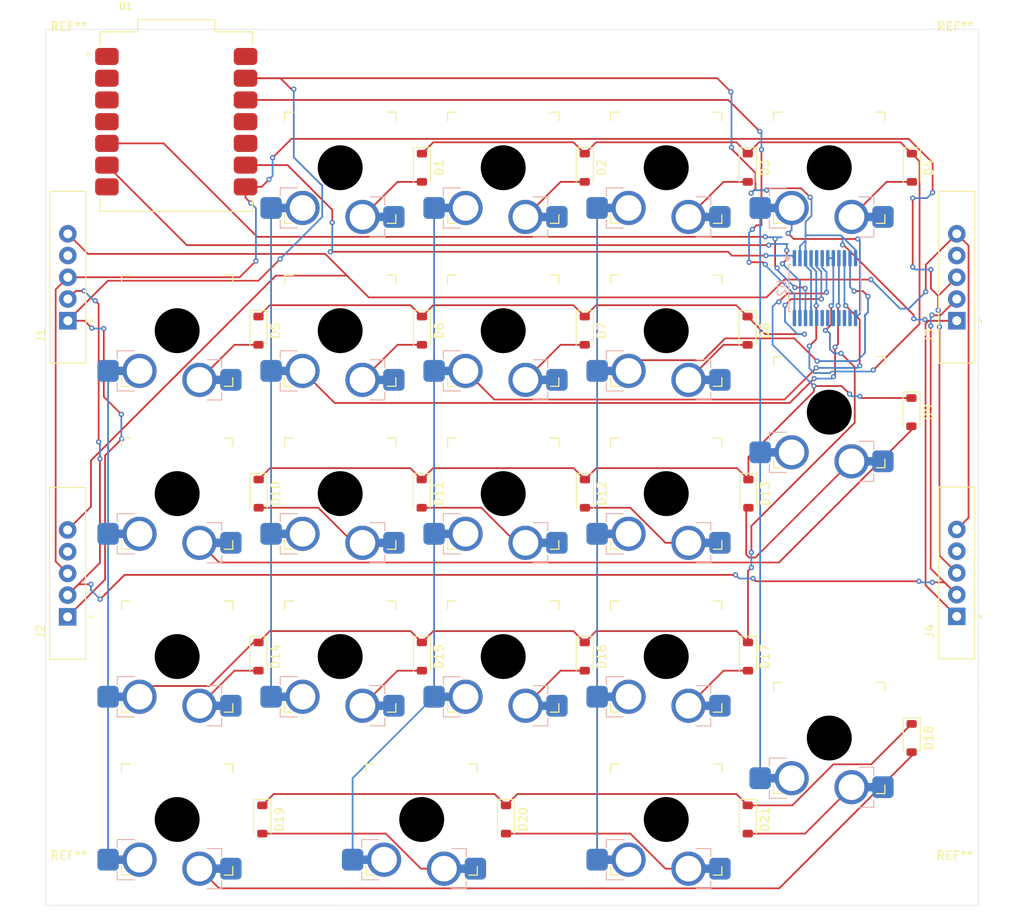
<source format=kicad_pcb>
(kicad_pcb (version 20241229) (generator "pcbnew") (generator_version "9.0")
  (layers (0 "F.Cu" signal) (2 "B.Cu" signal) (13 "F.Paste" user) (15 "B.Paste" user) (5 "F.SilkS" user "F.Silkscreen") (7 "B.SilkS" user "B.Silkscreen") (1 "F.Mask" user) (3 "B.Mask" user) (25 "Edge.Cuts" user))
  (net 0 "")
  (net 1 "Key_Row1")
  (net 2 "Net-(D1-A)")
  (net 3 "Net-(D2-A)")
  (net 4 "Net-(D3-A)")
  (net 5 "Net-(D4-A)")
  (net 6 "Net-(D5-A)")
  (net 7 "Key_Row2")
  (net 8 "Net-(D6-A)")
  (net 9 "Net-(D7-A)")
  (net 10 "Net-(D8-A)")
  (net 11 "Key_Row3")
  (net 12 "Net-(D9-A)")
  (net 13 "Net-(D10-A)")
  (net 14 "Net-(D11-A)")
  (net 15 "Net-(D12-A)")
  (net 16 "Net-(D13-A)")
  (net 17 "Key_Col1")
  (net 18 "Net-(D14-A)")
  (net 19 "Net-(D15-A)")
  (net 20 "Net-(D16-A)")
  (net 21 "Net-(D17-A)")
  (net 22 "Key_Row5")
  (net 23 "Net-(D18-A)")
  (net 24 "Net-(D19-A)")
  (net 25 "Net-(D20-A)")
  (net 26 "Net-(D21-A)")
  (net 27 "Net-(J1-Pad4)")
  (net 28 "TK")
  (net 29 "+5V")
  (net 30 "RX")
  (net 31 "GND")
  (net 32 "Net-(J2-Pad4)")
  (net 33 "3V")
  (net 34 "Key_Col2")
  (net 35 "Key_Col3")
  (net 36 "Key_Col4")
  (net 37 "Key_Col5")
  (net 38 "SDA")
  (net 44 "TX")
  (net 45 "5V")
  (net 46 "MCP_INT")
  (net 48 "SCL")
  (net 56 "Net-(J3-Pad4)")
  (net 57 "Net-(J4-Pad4)")
  (footprint "MountingHole:MountingHole_2.1mm" (layer "F.Cu") (at 127.625 27.35)
    (property "Reference" "REF**")
    (property "Value" "MountingHole_2.1mm")
  )
  (footprint "Diode_SMD:D_SOD-123" (layer "F.Cu") (at 84.325 97.95 -90)
    (property "Reference" "D16")
    (property "Value" "D")
  )
  (footprint "Diode_SMD:D_SOD-123" (layer "F.Cu") (at 46.2 59.85 -90)
    (property "Reference" "D5")
    (property "Value" "D")
  )
  (footprint "Diode_SMD:D_SOD-123" (layer "F.Cu") (at 103.45 78.9 -90)
    (property "Reference" "D13")
    (property "Value" "D")
  )
  (footprint "Diode_SMD:D_SOD-123" (layer "F.Cu") (at 46.225 78.9 -90)
    (property "Reference" "D10")
    (property "Value" "D")
  )
  (footprint "Diode_SMD:D_SOD-123" (layer "F.Cu") (at 103.4 97.95 -90)
    (property "Reference" "D17")
    (property "Value" "D")
  )
  (footprint "Diode_SMD:D_SOD-123" (layer "F.Cu") (at 84.325 59.85 -90)
    (property "Reference" "D7")
    (property "Value" "D")
  )
  (footprint "Diode_SMD:D_SOD-123" (layer "F.Cu") (at 103.375 117 -90)
    (property "Reference" "D21")
    (property "Value" "D")
  )
  (footprint "Switches_keyboard:SW_Gateron_LowProfile_HotSwap_PTH" (layer "F.Cu") (at 36.7 78.9)
    (property "Reference" "SW10" (hide yes))
    (property "Value" "SW_Push" (hide yes))
  )
  (footprint "102010428 (1):MODULE_102010428" (layer "F.Cu") (at 36.5895 35.412)
    (property "Reference" "U1")
    (property "Value" "XIAO-RP2040-SMD")
  )
  (footprint "Diode_SMD:D_SOD-123" (layer "F.Cu") (at 122.55 40.8 -90)
    (property "Reference" "D4")
    (property "Value" "D")
  )
  (footprint "MountingHole:MountingHole_2.1mm" (layer "F.Cu") (at 24.05 27.35)
    (property "Reference" "REF**")
    (property "Value" "MountingHole_2.1mm")
  )
  (footprint "5413:ADAFRUIT_5413" (layer "F.Cu") (at 23.9 88.23 90)
    (property "Reference" "J2")
    (property "Value" "5413")
  )
  (footprint "MountingHole:MountingHole_2.1mm" (layer "F.Cu") (at 24.05 124.275)
    (property "Reference" "REF**")
    (property "Value" "MountingHole_2.1mm")
  )
  (footprint "MountingHole:MountingHole_2.1mm" (layer "F.Cu") (at 127.575 124.275)
    (property "Reference" "REF**")
    (property "Value" "MountingHole_2.1mm")
  )
  (footprint "Diode_SMD:D_SOD-123" (layer "F.Cu") (at 84.35 78.9 -90)
    (property "Reference" "D12")
    (property "Value" "D")
  )
  (footprint "Switches_keyboard:SW_Gateron_LowProfile_HotSwap_PTH" (layer "F.Cu") (at 55.75 59.85)
    (property "Reference" "SW6" (hide yes))
    (property "Value" "SW_Push" (hide yes))
  )
  (footprint "Switches_keyboard:SW_Gateron_LowProfile_HotSwap_PTH" (layer "F.Cu") (at 93.85 97.95)
    (property "Reference" "SW17" (hide yes))
    (property "Value" "SW_Push" (hide yes))
  )
  (footprint "Diode_SMD:D_SOD-123" (layer "F.Cu") (at 84.325 40.8 -90)
    (property "Reference" "D2")
    (property "Value" "D")
  )
  (footprint "Switches_keyboard:SW_Gateron_LowProfile_HotSwap_PTH" (layer "F.Cu") (at 55.75 78.9)
    (property "Reference" "SW11" (hide yes))
    (property "Value" "SW_Push" (hide yes))
  )
  (footprint "Switches_keyboard:SW_Gateron_LowProfile_HotSwap_PTH" (layer "F.Cu") (at 74.8 40.8)
    (property "Reference" "SW2" (hide yes))
    (property "Value" "SW_Push" (hide yes))
  )
  (footprint "Switches_keyboard:SW_Gateron_LowProfile_HotSwap_PTH" (layer "F.Cu") (at 74.8 78.9)
    (property "Reference" "SW12" (hide yes))
    (property "Value" "SW_Push" (hide yes))
  )
  (footprint "Switches_keyboard:SW_Gateron_LowProfile_HotSwap_PTH" (layer "F.Cu") (at 93.85 59.85)
    (property "Reference" "SW8" (hide yes))
    (property "Value" "SW_Push" (hide yes))
  )
  (footprint "Diode_SMD:D_SOD-123" (layer "F.Cu") (at 103.35 59.85 -90)
    (property "Reference" "D8")
    (property "Value" "D")
  )
  (footprint "Diode_SMD:D_SOD-123" (layer "F.Cu") (at 46.2 97.95 -90)
    (property "Reference" "D14")
    (property "Value" "D")
  )
  (footprint "5413:ADAFRUIT_5413" (layer "F.Cu") (at 23.925 53.605 90)
    (property "Reference" "J1")
    (property "Value" "5413")
  )
  (footprint "Switches_keyboard:SW_Gateron_LowProfile_HotSwap_PTH" (layer "F.Cu") (at 93.85 117)
    (property "Reference" "SW21" (hide yes))
    (property "Value" "SW_Push" (hide yes))
  )
  (footprint "Diode_SMD:D_SOD-123" (layer "F.Cu") (at 122.5 69.375 -90)
    (property "Reference" "D9")
    (property "Value" "D")
  )
  (footprint "Diode_SMD:D_SOD-123" (layer "F.Cu") (at 75.125 117 -90)
    (property "Reference" "D20")
    (property "Value" "D")
  )
  (footprint "Switches_keyboard:SW_Gateron_LowProfile_HotSwap_PTH" (layer "F.Cu") (at 93.85 40.8)
    (property "Reference" "SW3" (hide yes))
    (property "Value" "SW_Push" (hide yes))
  )
  (footprint "Diode_SMD:D_SOD-123" (layer "F.Cu") (at 46.65 117 -90)
    (property "Reference" "D19")
    (property "Value" "D")
  )
  (footprint "5413:ADAFRUIT_5413" (layer "F.Cu") (at 127.8 53.605 90)
    (property "Reference" "J3")
    (property "Value" "5413")
  )
  (footprint "Diode_SMD:D_SOD-123" (layer "F.Cu") (at 122.525 107.475 -90)
    (property "Reference" "D18")
    (property "Value" "D")
  )
  (footprint "Diode_SMD:D_SOD-123" (layer "F.Cu") (at 65.3 59.85 -90)
    (property "Reference" "D6")
    (property "Value" "D")
  )
  (footprint "Diode_SMD:D_SOD-123" (layer "F.Cu") (at 65.275 78.9 -90)
    (property "Reference" "D11")
    (property "Value" "D")
  )
  (footprint "5413:ADAFRUIT_5413" (layer "F.Cu") (at 127.8 88.175 90)
    (property "Reference" "J4")
    (property "Value" "5413")
  )
  (footprint "Switches_keyboard:SW_Gateron_LowProfile_HotSwap_PTH" (layer "F.Cu") (at 112.9 69.375)
    (property "Reference" "SW9" (hide yes))
    (property "Value" "SW_Push" (hide yes))
  )
  (footprint "Switches_keyboard:SW_Gateron_LowProfile_HotSwap_PTH" (layer "F.Cu") (at 112.9 107.475)
    (property "Reference" "SW18" (hide yes))
    (property "Value" "SW_Push" (hide yes))
  )
  (footprint "Switches_keyboard:SW_Gateron_LowProfile_HotSwap_PTH" (layer "F.Cu") (at 112.9 40.8)
    (property "Reference" "SW4" (hide yes))
    (property "Value" "SW_Push" (hide yes))
  )
  (footprint "Switches_keyboard:SW_Gateron_LowProfile_HotSwap_PTH" (layer "F.Cu") (at 36.7 59.85)
    (property "Reference" "SW5" (hide yes))
    (property "Value" "SW_Push" (hide yes))
  )
  (footprint "Switches_keyboard:SW_Gateron_LowProfile_HotSwap_PTH" (layer "F.Cu") (at 74.8 97.95)
    (property "Reference" "SW16" (hide yes))
    (property "Value" "SW_Push" (hide yes))
  )
  (footprint "Switches_keyboard:SW_Gateron_LowProfile_HotSwap_PTH" (layer "F.Cu") (at 36.7 117)
    (property "Reference" "SW19" (hide yes))
    (property "Value" "SW_Push" (hide yes))
  )
  (footprint "Diode_SMD:D_SOD-123" (layer "F.Cu") (at 65.3 40.8 -90)
    (property "Reference" "D1")
    (property "Value" "D")
  )
  (footprint "Diode_SMD:D_SOD-123" (layer "F.Cu") (at 65.3 97.95 -90)
    (property "Reference" "D15")
    (property "Value" "D")
  )
  (footprint "Switches_keyboard:SW_Gateron_LowProfile_HotSwap_PTH" (layer "F.Cu") (at 55.75 40.8)
    (property "Reference" "SW1" (hide yes))
    (property "Value" "SW_Push" (hide yes))
  )
  (footprint "Diode_SMD:D_SOD-123" (layer "F.Cu") (at 103.375 40.8 -90)
    (property "Reference" "D3")
    (property "Value" "D")
  )
  (footprint "Switches_keyboard:SW_Gateron_LowProfile_HotSwap_PTH" (layer "F.Cu") (at 74.8 59.85)
    (property "Reference" "SW7" (hide yes))
    (property "Value" "SW_Push" (hide yes))
  )
  (footprint "Switches_keyboard:SW_Gateron_LowProfile_HotSwap_PTH" (layer "F.Cu") (at 65.275 117)
    (property "Reference" "SW20" (hide yes))
    (property "Value" "SW_Push" (hide yes))
  )
  (footprint "Switches_keyboard:SW_Gateron_LowProfile_HotSwap_PTH" (layer "F.Cu") (at 36.7 97.95)
    (property "Reference" "SW14" (hide yes))
    (property "Value" "SW_Push" (hide yes))
  )
  (footprint "Switches_keyboard:SW_Gateron_LowProfile_HotSwap_PTH" (layer "F.Cu") (at 93.85 78.9)
    (property "Reference" "SW13" (hide yes))
    (property "Value" "SW_Push" (hide yes))
  )
  (footprint "Switches_keyboard:SW_Gateron_LowProfile_HotSwap_PTH" (layer "F.Cu") (at 55.75 97.95)
    (property "Reference" "SW15" (hide yes))
    (property "Value" "SW_Push" (hide yes))
  )
  (footprint "Package_SO:SSOP-24_5.3x8.2mm_P0.65mm" (layer "B.Cu") (at 112.4 54.875 -90)
    (property "Reference" "U2")
    (property "Value" "PCF8575DBR")
  )
  (gr_line (start 130.375 24.6) (end 130.325 127.025) (stroke (width 0.05)) (layer "Edge.Cuts"))
  (gr_line (start 124.675 127.025) (end 25.99998 127.014989) (stroke (width 0.05)) (layer "Edge.Cuts"))
  (gr_line (start 21.3 24.6) (end 21.3 127.014512) (stroke (width 0.05)) (layer "Edge.Cuts"))
  (gr_line (start 130.325 127.025) (end 124.675 127.025) (stroke (width 0.05)) (layer "Edge.Cuts"))
  (gr_line (start 21.3 24.6) (end 124.675 24.6) (stroke (width 0.05)) (layer "Edge.Cuts"))
  (gr_line (start 25.99998 127.014989) (end 21.3 127.014512) (stroke (width 0.05)) (layer "Edge.Cuts"))
  (gr_line (start 130.375 24.6) (end 124.675 24.6) (stroke (width 0.05)) (layer "Edge.Cuts"))
  (segment (start 121.224 37.824) (end 122.55 39.15) (width 0.2) (layer "F.Cu") (net 1))
  (segment (start 84.325 39.15) (end 85.651 37.824) (width 0.2) (layer "F.Cu") (net 1))
  (segment (start 84.325 39.15) (end 82.999 37.824) (width 0.2) (layer "F.Cu") (net 1))
  (segment (start 85.651 37.824) (end 102.049 37.824) (width 0.2) (layer "F.Cu") (net 1))
  (segment (start 123.451 40.051) (end 123.451 59.048996) (width 0.2) (layer "F.Cu") (net 1))
  (segment (start 66.626 37.824) (end 65.3 39.15) (width 0.2) (layer "F.Cu") (net 1))
  (segment (start 123.451 59.048996) (end 118.049263 64.450733) (width 0.2) (layer "F.Cu") (net 1))
  (segment (start 102.049 37.824) (end 103.375 39.15) (width 0.2) (layer "F.Cu") (net 1))
  (segment (start 122.55 39.15) (end 123.451 40.051) (width 0.2) (layer "F.Cu") (net 1))
  (segment (start 103.375 39.15) (end 104.701 37.824) (width 0.2) (layer "F.Cu") (net 1))
  (segment (start 104.701 37.824) (end 121.224 37.824) (width 0.2) (layer "F.Cu") (net 1))
  (segment (start 111.377717 60.847283) (end 110.575 61.65) (width 0.2) (layer "F.Cu") (net 1))
  (segment (start 111.377717 56.925) (end 111.377717 60.847283) (width 0.2) (layer "F.Cu") (net 1))
  (segment (start 82.999 37.824) (end 66.626 37.824) (width 0.2) (layer "F.Cu") (net 1))
  (via (at 118.049263 64.450733) (size 0.6) (drill 0.3) (layers "F.Cu" "B.Cu") (net 1))
  (via (at 111.377717 56.925) (size 0.6) (drill 0.3) (layers "F.Cu" "B.Cu") (net 1))
  (via (at 110.575 61.65) (size 0.6) (drill 0.3) (layers "F.Cu" "B.Cu") (net 1))
  (segment (start 110.775 52.324999) (end 111.377717 52.927716) (width 0.2) (layer "B.Cu") (net 1))
  (segment (start 117.875996 64.624) (end 113.151057 64.624) (width 0.2) (layer "B.Cu") (net 1))
  (segment (start 111.377717 52.927716) (end 111.377717 56.925) (width 0.2) (layer "B.Cu") (net 1))
  (segment (start 110.575 64.249943) (end 110.575 61.65) (width 0.2) (layer "B.Cu") (net 1))
  (segment (start 118.049263 64.450733) (end 117.875996 64.624) (width 0.2) (layer "B.Cu") (net 1))
  (segment (start 113.151057 64.624) (end 112.974057 64.801) (width 0.2) (layer "B.Cu") (net 1))
  (segment (start 110.775 51.375) (end 110.775 52.324999) (width 0.2) (layer "B.Cu") (net 1))
  (segment (start 112.974057 64.801) (end 111.126057 64.801) (width 0.2) (layer "B.Cu") (net 1))
  (segment (start 111.126057 64.801) (end 110.575 64.249943) (width 0.2) (layer "B.Cu") (net 1))
  (segment (start 65.3 42.45) (end 62.45 42.45) (width 0.2) (layer "F.Cu") (net 2))
  (segment (start 62.45 42.45) (end 58.35 46.55) (width 0.2) (layer "F.Cu") (net 2))
  (segment (start 84.325 42.45) (end 81.5 42.45) (width 0.2) (layer "F.Cu") (net 3))
  (segment (start 81.5 42.45) (end 77.4 46.55) (width 0.2) (layer "F.Cu") (net 3))
  (segment (start 100.55 42.45) (end 96.45 46.55) (width 0.2) (layer "F.Cu") (net 4))
  (segment (start 103.375 42.45) (end 100.55 42.45) (width 0.2) (layer "F.Cu") (net 4))
  (segment (start 122.55 42.45) (end 119.6 42.45) (width 0.2) (layer "F.Cu") (net 5))
  (segment (start 119.6 42.45) (end 115.5 46.55) (width 0.2) (layer "F.Cu") (net 5))
  (segment (start 43.4 61.5) (end 39.3 65.6) (width 0.2) (layer "F.Cu") (net 6))
  (segment (start 46.2 61.5) (end 43.4 61.5) (width 0.2) (layer "F.Cu") (net 6))
  (segment (start 66.626 56.874) (end 82.999 56.874) (width 0.2) (layer "F.Cu") (net 7))
  (segment (start 63.974 56.874) (end 65.3 58.2) (width 0.2) (layer "F.Cu") (net 7))
  (segment (start 85.651 56.874) (end 102.024 56.874) (width 0.2) (layer "F.Cu") (net 7))
  (segment (start 82.999 56.874) (end 84.325 58.2) (width 0.2) (layer "F.Cu") (net 7))
  (segment (start 84.325 58.2) (end 85.651 56.874) (width 0.2) (layer "F.Cu") (net 7))
  (segment (start 105.4 60.25) (end 103.35 58.2) (width 0.2) (layer "F.Cu") (net 7))
  (segment (start 65.3 58.2) (end 66.626 56.874) (width 0.2) (layer "F.Cu") (net 7))
  (segment (start 110 60.25) (end 105.4 60.25) (width 0.2) (layer "F.Cu") (net 7))
  (segment (start 108.45 56.15) (end 107.725 56.875) (width 0.2) (layer "F.Cu") (net 7))
  (segment (start 46.2 58.2) (end 47.526 56.874) (width 0.2) (layer "F.Cu") (net 7))
  (segment (start 102.024 56.874) (end 103.35 58.2) (width 0.2) (layer "F.Cu") (net 7))
  (segment (start 111.977717 56.15) (end 108.45 56.15) (width 0.2) (layer "F.Cu") (net 7))
  (segment (start 47.526 56.874) (end 63.974 56.874) (width 0.2) (layer "F.Cu") (net 7))
  (via (at 107.725 56.875) (size 0.6) (drill 0.3) (layers "F.Cu" "B.Cu") (net 7))
  (via (at 111.977717 56.15) (size 0.6) (drill 0.3) (layers "F.Cu" "B.Cu") (net 7))
  (via (at 110 60.25) (size 0.6) (drill 0.3) (layers "F.Cu" "B.Cu") (net 7))
  (segment (start 107.725 56.875) (end 107.725 58.79487) (width 0.2) (layer "B.Cu") (net 7))
  (segment (start 111.425 51.375) (end 111.425 52.407899) (width 0.2) (layer "B.Cu") (net 7))
  (segment (start 111.425 52.407899) (end 111.977717 52.960616) (width 0.2) (layer "B.Cu") (net 7))
  (segment (start 107.725 58.79487) (end 109.18013 60.25) (width 0.2) (layer "B.Cu") (net 7))
  (segment (start 111.977717 52.960616) (end 111.977717 56.15) (width 0.2) (layer "B.Cu") (net 7))
  (segment (start 109.18013 60.25) (end 110 60.25) (width 0.2) (layer "B.Cu") (net 7))
  (segment (start 62.45 61.5) (end 58.35 65.6) (width 0.2) (layer "F.Cu") (net 8))
  (segment (start 65.3 61.5) (end 62.45 61.5) (width 0.2) (layer "F.Cu") (net 8))
  (segment (start 81.5 61.5) (end 77.4 65.6) (width 0.2) (layer "F.Cu") (net 9))
  (segment (start 84.325 61.5) (end 81.5 61.5) (width 0.2) (layer "F.Cu") (net 9))
  (segment (start 103.35 61.5) (end 100.55 61.5) (width 0.2) (layer "F.Cu") (net 10))
  (segment (start 100.55 61.5) (end 96.45 65.6) (width 0.2) (layer "F.Cu") (net 10))
  (segment (start 47.551 75.924) (end 63.949 75.924) (width 0.2) (layer "F.Cu") (net 11))
  (segment (start 111.104455 66.961845) (end 103.45 74.6163) (width 0.2) (layer "F.Cu") (net 11))
  (segment (start 111.104455 66.319075) (end 111.104455 66.961845) (width 0.2) (layer "F.Cu") (net 11))
  (segment (start 85.676 75.924) (end 102.124 75.924) (width 0.2) (layer "F.Cu") (net 11))
  (segment (start 46.225 77.25) (end 47.551 75.924) (width 0.2) (layer "F.Cu") (net 11))
  (segment (start 83.024 75.924) (end 84.35 77.25) (width 0.2) (layer "F.Cu") (net 11))
  (segment (start 103.45 74.6163) (end 103.45 77.25) (width 0.2) (layer "F.Cu") (net 11))
  (segment (start 112.577717 55.375) (end 112.451689 55.501028) (width 0.2) (layer "F.Cu") (net 11))
  (segment (start 112.451689 55.501028) (end 107.983387 55.501028) (width 0.2) (layer "F.Cu") (net 11))
  (segment (start 115.276 67.25) (end 114.345075 66.319075) (width 0.2) (layer "F.Cu") (net 11))
  (segment (start 84.35 77.25) (end 85.676 75.924) (width 0.2) (layer "F.Cu") (net 11))
  (segment (start 107.983387 55.501028) (end 107.000382 56.484033) (width 0.2) (layer "F.Cu") (net 11))
  (segment (start 114.345075 66.319075) (end 111.104455 66.319075) (width 0.2) (layer "F.Cu") (net 11))
  (segment (start 63.949 75.924) (end 65.275 77.25) (width 0.2) (layer "F.Cu") (net 11))
  (segment (start 65.275 77.25) (end 66.601 75.924) (width 0.2) (layer "F.Cu") (net 11))
  (segment (start 66.601 75.924) (end 83.024 75.924) (width 0.2) (layer "F.Cu") (net 11))
  (segment (start 120.475001 67.725) (end 116.676 67.725) (width 0.2) (layer "F.Cu") (net 11))
  (segment (start 116.676 67.725) (end 116.476 67.525) (width 0.2) (layer "F.Cu") (net 11))
  (segment (start 120.475001 67.725) (end 122.5 67.725) (width 0.2) (layer "F.Cu") (net 11))
  (segment (start 102.124 75.924) (end 103.45 77.25) (width 0.2) (layer "F.Cu") (net 11))
  (via (at 107.000382 56.484033) (size 0.6) (drill 0.3) (layers "F.Cu" "B.Cu") (net 11))
  (via (at 112.577717 55.375) (size 0.6) (drill 0.3) (layers "F.Cu" "B.Cu") (net 11))
  (via (at 111.104455 66.319075) (size 0.6) (drill 0.3) (layers "F.Cu" "B.Cu") (net 11))
  (via (at 116.476 67.525) (size 0.6) (drill 0.3) (layers "F.Cu" "B.Cu") (net 11))
  (via (at 115.276 67.25) (size 0.6) (drill 0.3) (layers "F.Cu" "B.Cu") (net 11))
  (segment (start 106.816024 56.484033) (end 106.274735 57.025322) (width 0.2) (layer "B.Cu") (net 11))
  (segment (start 112.075 51.375) (end 112.075 52.490799) (width 0.2) (layer "B.Cu") (net 11))
  (segment (start 106.274735 61.489355) (end 111.104455 66.319075) (width 0.2) (layer "B.Cu") (net 11))
  (segment (start 106.274735 57.025322) (end 106.274735 61.489355) (width 0.2) (layer "B.Cu") (net 11))
  (segment (start 116.476 67.525) (end 115.551 67.525) (width 0.2) (layer "B.Cu") (net 11))
  (segment (start 112.075 52.490799) (end 112.577717 52.993516) (width 0.2) (layer "B.Cu") (net 11))
  (segment (start 112.577717 52.993516) (end 112.577717 55.375) (width 0.2) (layer "B.Cu") (net 11))
  (segment (start 107.000382 56.484033) (end 106.816024 56.484033) (width 0.2) (layer "B.Cu") (net 11))
  (segment (start 115.551 67.525) (end 115.276 67.25) (width 0.2) (layer "B.Cu") (net 11))
  (segment (start 122.5 71.475) (end 107.024 86.951) (width 0.2) (layer "F.Cu") (net 12))
  (segment (start 122.5 71.025) (end 122.5 71.475) (width 0.2) (layer "F.Cu") (net 12))
  (segment (start 107.024 86.951) (end 41.601 86.951) (width 0.2) (layer "F.Cu") (net 12))
  (segment (start 41.601 86.951) (end 39.3 84.65) (width 0.2) (layer "F.Cu") (net 12))
  (segment (start 57.2913 84.65) (end 53.1913 80.55) (width 0.2) (layer "F.Cu") (net 13))
  (segment (start 53.1913 80.55) (end 46.225 80.55) (width 0.2) (layer "F.Cu") (net 13))
  (segment (start 58.35 84.65) (end 57.2913 84.65) (width 0.2) (layer "F.Cu") (net 13))
  (segment (start 72.2413 80.55) (end 65.275 80.55) (width 0.2) (layer "F.Cu") (net 14))
  (segment (start 76.3413 84.65) (end 72.2413 80.55) (width 0.2) (layer "F.Cu") (net 14))
  (segment (start 77.4 84.65) (end 76.3413 84.65) (width 0.2) (layer "F.Cu") (net 14))
  (segment (start 89.654106 80.55) (end 84.35 80.55) (width 0.2) (layer "F.Cu") (net 15))
  (segment (start 96.45 84.65) (end 93.754106 84.65) (width 0.2) (layer "F.Cu") (net 15))
  (segment (start 93.754106 84.65) (end 89.654106 80.55) (width 0.2) (layer "F.Cu") (net 15))
  (segment (start 115.5 75.125) (end 104.249 86.376) (width 0.2) (layer "F.Cu") (net 16))
  (segment (start 103.199 86.023943) (end 103.199 80.801) (width 0.2) (layer "F.Cu") (net 16))
  (segment (start 103.199 80.801) (end 103.45 80.55) (width 0.2) (layer "F.Cu") (net 16))
  (segment (start 104.249 86.376) (end 103.551057 86.376) (width 0.2) (layer "F.Cu") (net 16))
  (segment (start 103.551057 86.376) (end 103.199 86.023943) (width 0.2) (layer "F.Cu") (net 16))
  (segment (start 113.118915 59.156085) (end 112.45 59.825) (width 0.2) (layer "F.Cu") (net 17))
  (segment (start 85.651 94.974) (end 84.325 96.3) (width 0.2) (layer "F.Cu") (net 17))
  (segment (start 66.626 94.974) (end 65.3 96.3) (width 0.2) (layer "F.Cu") (net 17))
  (segment (start 115.876 64.101) (end 114.275 62.5) (width 0.2) (layer "F.Cu") (net 17))
  (segment (start 84.325 96.3) (end 82.999 94.974) (width 0.2) (layer "F.Cu") (net 17))
  (segment (start 103.4 96.3) (end 102.074 94.974) (width 0.2) (layer "F.Cu") (net 17))
  (segment (start 103.4 87.951) (end 103.8 87.551) (width 0.2) (layer "F.Cu") (net 17))
  (segment (start 33.551 101.399) (end 40.501 101.399) (width 0.2) (layer "F.Cu") (net 17))
  (segment (start 65.3 96.3) (end 63.974 94.974) (width 0.2) (layer "F.Cu") (net 17))
  (segment (start 113.118915 56.944699) (end 113.118915 59.156085) (width 0.2) (layer "F.Cu") (net 17))
  (segment (start 32.3 102.65) (end 33.551 101.399) (width 0.2) (layer "F.Cu") (net 17))
  (segment (start 115.876 70.6077) (end 115.876 64.101) (width 0.2) (layer "F.Cu") (net 17))
  (segment (start 103.4 96.3) (end 103.4 87.951) (width 0.2) (layer "F.Cu") (net 17))
  (segment (start 47.526 94.974) (end 46.2 96.3) (width 0.2) (layer "F.Cu") (net 17))
  (segment (start 82.999 94.974) (end 66.626 94.974) (width 0.2) (layer "F.Cu") (net 17))
  (segment (start 45.6 96.3) (end 46.2 96.3) (width 0.2) (layer "F.Cu") (net 17))
  (segment (start 40.501 101.399) (end 45.6 96.3) (width 0.2) (layer "F.Cu") (net 17))
  (segment (start 103.8 82.6837) (end 115.876 70.6077) (width 0.2) (layer "F.Cu") (net 17))
  (segment (start 102.074 94.974) (end 85.651 94.974) (width 0.2) (layer "F.Cu") (net 17))
  (segment (start 63.974 94.974) (end 47.526 94.974) (width 0.2) (layer "F.Cu") (net 17))
  (segment (start 103.8 85.775) (end 103.8 82.6837) (width 0.2) (layer "F.Cu") (net 17))
  (via (at 114.275 62.5) (size 0.6) (drill 0.3) (layers "F.Cu" "B.Cu") (net 17))
  (via (at 103.8 87.551) (size 0.6) (drill 0.3) (layers "F.Cu" "B.Cu") (net 17))
  (via (at 113.118915 56.944699) (size 0.6) (drill 0.3) (layers "F.Cu" "B.Cu") (net 17))
  (via (at 103.8 85.775) (size 0.6) (drill 0.3) (layers "F.Cu" "B.Cu") (net 17))
  (via (at 112.45 59.825) (size 0.6) (drill 0.3) (layers "F.Cu" "B.Cu") (net 17))
  (segment (start 113.375 51.375) (end 113.375 56.688614) (width 0.2) (layer "B.Cu") (net 17))
  (segment (start 113.375 56.688614) (end 113.118915 56.944699) (width 0.2) (layer "B.Cu") (net 17))
  (segment (start 28.625 64.55) (end 28.625 83.6) (width 0.2) (layer "B.Cu") (net 17))
  (segment (start 28.625 83.6) (end 28.625 102.65) (width 0.2) (layer "B.Cu") (net 17))
  (segment (start 28.625 102.65) (end 28.625 121.7) (width 0.2) (layer "B.Cu") (net 17))
  (segment (start 113.450057 62.5) (end 112.974 62.023943) (width 0.2) (layer "B.Cu") (net 17))
  (segment (start 112.623 59.825) (end 112.974 60.176) (width 0.2) (layer "B.Cu") (net 17))
  (segment (start 114.275 62.5) (end 113.450057 62.5) (width 0.2) (layer "B.Cu") (net 17))
  (segment (start 103.8 87.551) (end 103.8 85.775) (width 0.2) (layer "B.Cu") (net 17))
  (segment (start 112.45 59.825) (end 112.623 59.825) (width 0.2) (layer "B.Cu") (net 17))
  (segment (start 112.725 51.375) (end 113.375 51.375) (width 0.2) (layer "B.Cu") (net 17))
  (segment (start 112.974 62.023943) (end 112.974 60.176) (width 0.2) (layer "B.Cu") (net 17))
  (segment (start 43.4 99.6) (end 39.3 103.7) (width 0.2) (layer "F.Cu") (net 18))
  (segment (start 46.2 99.6) (end 43.4 99.6) (width 0.2) (layer "F.Cu") (net 18))
  (segment (start 62.45 99.6) (end 58.35 103.7) (width 0.2) (layer "F.Cu") (net 19))
  (segment (start 65.3 99.6) (end 62.45 99.6) (width 0.2) (layer "F.Cu") (net 19))
  (segment (start 81.5 99.6) (end 77.4 103.7) (width 0.2) (layer "F.Cu") (net 20))
  (segment (start 84.325 99.6) (end 81.5 99.6) (width 0.2) (layer "F.Cu") (net 20))
  (segment (start 103.4 99.6) (end 100.55 99.6) (width 0.2) (layer "F.Cu") (net 21))
  (segment (start 100.55 99.6) (end 96.45 103.7) (width 0.2) (layer "F.Cu") (net 21))
  (segment (start 73.799 114.024) (end 75.125 115.35) (width 0.2) (layer "F.Cu") (net 22))
  (segment (start 47.976 114.024) (end 73.799 114.024) (width 0.2) (layer "F.Cu") (net 22))
  (segment (start 113.381159 110.547947) (end 108.579106 115.35) (width 0.2) (layer "F.Cu") (net 22))
  (segment (start 76.451 114.024) (end 75.125 115.35) (width 0.2) (layer "F.Cu") (net 22))
  (segment (start 46.65 115.35) (end 47.976 114.024) (width 0.2) (layer "F.Cu") (net 22))
  (segment (start 103.375 115.35) (end 102.049 114.024) (width 0.2) (layer "F.Cu") (net 22))
  (segment (start 117.802053 110.547947) (end 113.381159 110.547947) (width 0.2) (layer "F.Cu") (net 22))
  (segment (start 102.049 114.024) (end 76.451 114.024) (width 0.2) (layer "F.Cu") (net 22))
  (segment (start 108.579106 115.35) (end 103.375 115.35) (width 0.2) (layer "F.Cu") (net 22))
  (segment (start 122.525 105.825) (end 117.802053 110.547947) (width 0.2) (layer "F.Cu") (net 22))
  (segment (start 122.525 109.125) (end 122.525 109.575) (width 0.2) (layer "F.Cu") (net 23))
  (segment (start 107.049 125.051) (end 41.601 125.051) (width 0.2) (layer "F.Cu") (net 23))
  (segment (start 41.601 125.051) (end 39.3 122.75) (width 0.2) (layer "F.Cu") (net 23))
  (segment (start 122.525 109.575) (end 107.049 125.051) (width 0.2) (layer "F.Cu") (net 23))
  (segment (start 67.875 122.75) (end 65.179106 122.75) (width 0.2) (layer "F.Cu") (net 24))
  (segment (start 61.079106 118.65) (end 46.65 118.65) (width 0.2) (layer "F.Cu") (net 24))
  (segment (start 65.179106 122.75) (end 61.079106 118.65) (width 0.2) (layer "F.Cu") (net 24))
  (segment (start 89.654106 118.65) (end 75.125 118.65) (width 0.2) (layer "F.Cu") (net 25))
  (segment (start 96.45 122.75) (end 93.754106 122.75) (width 0.2) (layer "F.Cu") (net 25))
  (segment (start 93.754106 122.75) (end 89.654106 118.65) (width 0.2) (layer "F.Cu") (net 25))
  (segment (start 103.375 118.65) (end 110.075 118.65) (width 0.2) (layer "F.Cu") (net 26))
  (segment (start 110.075 118.65) (end 115.5 113.225) (width 0.2) (layer "F.Cu") (net 26))
  (segment (start 127.8 90.715) (end 126.36 89.275) (width 0.2) (layer "F.Cu") (net 28))
  (segment (start 104.325 89.15) (end 104 88.825) (width 0.2) (layer "F.Cu") (net 28))
  (segment (start 125.894 58.051) (end 127.8 56.145) (width 0.2) (layer "F.Cu") (net 28))
  (segment (start 26.625 89.5) (end 25.17 89.5) (width 0.2) (layer "F.Cu") (net 28))
  (segment (start 124.9 58.025) (end 124.926 58.051) (width 0.2) (layer "F.Cu") (net 28))
  (segment (start 101.95 88.4) (end 30.55 88.4) (width 0.2) (layer "F.Cu") (net 28))
  (segment (start 25.17 89.5) (end 23.9 90.77) (width 0.2) (layer "F.Cu") (net 28))
  (segment (start 27.525 56.75) (end 27.116765 56.341765) (width 0.2) (layer "F.Cu") (net 28))
  (segment (start 23.9 90.77) (end 27.672212 86.997788) (width 0.2) (layer "F.Cu") (net 28))
  (segment (start 124.75 87.665) (end 124.75 59.285) (width 0.2) (layer "F.Cu") (net 28))
  (segment (start 25.825 55.2) (end 24.87 55.2) (width 0.2) (layer "F.Cu") (net 28))
  (segment (start 27.525 72.85) (end 27.525 56.75) (width 0.2) (layer "F.Cu") (net 28))
  (segment (start 127.8 90.715) (end 124.75 87.665) (width 0.2) (layer "F.Cu") (net 28))
  (segment (start 30.55 88.4) (end 27.7 91.25) (width 0.2) (layer "F.Cu") (net 28))
  (segment (start 126.36 89.275) (end 124.95 89.275) (width 0.2) (layer "F.Cu") (net 28))
  (segment (start 123.375 89.15) (end 104.325 89.15) (width 0.2) (layer "F.Cu") (net 28))
  (segment (start 24.87 55.2) (end 23.925 56.145) (width 0.2) (layer "F.Cu") (net 28))
  (segment (start 27.672212 86.997788) (end 27.672212 74.822212) (width 0.2) (layer "F.Cu") (net 28))
  (segment (start 124.926 58.051) (end 125.894 58.051) (width 0.2) (layer "F.Cu") (net 28))
  (via (at 27.525 72.85) (size 0.6) (drill 0.3) (layers "F.Cu" "B.Cu") (net 28))
  (via (at 27.116765 56.341765) (size 0.6) (drill 0.3) (layers "F.Cu" "B.Cu") (net 28))
  (via (at 124.95 89.275) (size 0.6) (drill 0.3) (layers "F.Cu" "B.Cu") (net 28))
  (via (at 124.75 59.285) (size 0.6) (drill 0.3) (layers "F.Cu" "B.Cu") (net 28))
  (via (at 101.95 88.4) (size 0.6) (drill 0.3) (layers "F.Cu" "B.Cu") (net 28))
  (via (at 104 88.825) (size 0.6) (drill 0.3) (layers "F.Cu" "B.Cu") (net 28))
  (via (at 25.825 55.2) (size 0.6) (drill 0.3) (layers "F.Cu" "B.Cu") (net 28))
  (via (at 123.375 89.15) (size 0.6) (drill 0.3) (layers "F.Cu" "B.Cu") (net 28))
  (via (at 124.9 58.025) (size 0.6) (drill 0.3) (layers "F.Cu" "B.Cu") (net 28))
  (via (at 27.672212 74.822212) (size 0.6) (drill 0.3) (layers "F.Cu" "B.Cu") (net 28))
  (via (at 27.7 91.25) (size 0.6) (drill 0.3) (layers "F.Cu" "B.Cu") (net 28))
  (via (at 26.625 89.5) (size 0.6) (drill 0.3) (layers "F.Cu" "B.Cu") (net 28))
  (segment (start 124.95 89.275) (end 123.5 89.275) (width 0.2) (layer "B.Cu") (net 28))
  (segment (start 123.5 89.275) (end 123.375 89.15) (width 0.2) (layer "B.Cu") (net 28))
  (segment (start 26.625 90.175) (end 26.625 89.5) (width 0.2) (layer "B.Cu") (net 28))
  (segment (start 124.75 59.285) (end 124.75 58.175) (width 0.2) (layer "B.Cu") (net 28))
  (segment (start 102.375 88.825) (end 101.95 88.4) (width 0.2) (layer "B.Cu") (net 28))
  (segment (start 26.966765 56.341765) (end 25.825 55.2) (width 0.2) (layer "B.Cu") (net 28))
  (segment (start 27.116765 56.341765) (end 26.966765 56.341765) (width 0.2) (layer "B.Cu") (net 28))
  (segment (start 27.672212 74.822212) (end 27.672212 72.997212) (width 0.2) (layer "B.Cu") (net 28))
  (segment (start 104 88.825) (end 102.375 88.825) (width 0.2) (layer "B.Cu") (net 28))
  (segment (start 124.75 58.175) (end 124.9 58.025) (width 0.2) (layer "B.Cu") (net 28))
  (segment (start 27.672212 72.997212) (end 27.525 72.85) (width 0.2) (layer "B.Cu") (net 28))
  (segment (start 27.7 91.25) (end 26.625 90.175) (width 0.2) (layer "B.Cu") (net 28))
  (segment (start 23.9 83.15) (end 26.626 80.424) (width 0.2) (layer "F.Cu") (net 29))
  (segment (start 124.175 52.15) (end 127.8 48.525) (width 0.2) (layer "F.Cu") (net 29))
  (segment (start 56.537529 53.412471) (end 59.083607 55.95855) (width 0.2) (layer "F.Cu") (net 29))
  (segment (start 129.175 49.9) (end 127.8 48.525) (width 0.2) (layer "F.Cu") (net 29))
  (segment (start 26.273943 50.873943) (end 53.999 50.873943) (width 0.2) (layer "F.Cu") (net 29))
  (segment (start 127.8 83.095) (end 129.175 81.72) (width 0.2) (layer "F.Cu") (net 29))
  (segment (start 48.233423 53.412471) (end 56.537529 53.412471) (width 0.2) (layer "F.Cu") (net 29))
  (segment (start 129.175 81.72) (end 129.175 49.9) (width 0.2) (layer "F.Cu") (net 29))
  (segment (start 124.175 55.3) (end 124.175 52.15) (width 0.2) (layer "F.Cu") (net 29))
  (segment (start 26.626 75.019894) (end 48.233423 53.412471) (width 0.2) (layer "F.Cu") (net 29))
  (segment (start 107.64357 53.875) (end 105.56002 55.95855) (width 0.2) (layer "F.Cu") (net 29))
  (segment (start 23.925 48.525) (end 26.273943 50.873943) (width 0.2) (layer "F.Cu") (net 29))
  (segment (start 53.999 50.873943) (end 56.537529 53.412471) (width 0.2) (layer "F.Cu") (net 29))
  (segment (start 117.775 53.875) (end 107.64357 53.875) (width 0.2) (layer "F.Cu") (net 29))
  (segment (start 59.083607 55.95855) (end 105.56002 55.95855) (width 0.2) (layer "F.Cu") (net 29))
  (segment (start 26.626 80.424) (end 26.626 75.019894) (width 0.2) (layer "F.Cu") (net 29))
  (via (at 124.175 55.3) (size 0.6) (drill 0.3) (layers "F.Cu" "B.Cu") (net 29))
  (via (at 117.775 53.875) (size 0.6) (drill 0.3) (layers "F.Cu" "B.Cu") (net 29))
  (segment (start 121.174265 57.274265) (end 117.775 53.875) (width 0.2) (layer "B.Cu") (net 29))
  (segment (start 122.200735 57.274265) (end 121.174265 57.274265) (width 0.2) (layer "B.Cu") (net 29))
  (segment (start 122.200735 57.274265) (end 124.175 55.3) (width 0.2) (layer "B.Cu") (net 29))
  (segment (start 44.6895 44.3145) (end 44.6895 43.032) (width 0.2) (layer "F.Cu") (net 30))
  (segment (start 125.775 86.15) (end 125.775 59.4) (width 0.2) (layer "F.Cu") (net 30))
  (segment (start 122.17311 37.423) (end 50.052 37.423) (width 0.2) (layer "F.Cu") (net 30))
  (segment (start 122.65 52.4) (end 122.65 44.35) (width 0.2) (layer "F.Cu") (net 30))
  (segment (start 124.975 40.22489) (end 122.17311 37.423) (width 0.2) (layer "F.Cu") (net 30))
  (segment (start 47.425 42.175) (end 46.568 43.032) (width 0.2) (layer "F.Cu") (net 30))
  (segment (start 23.9 88.23) (end 22.5 86.83) (width 0.2) (layer "F.Cu") (net 30))
  (segment (start 125.625 55.78) (end 127.8 53.605) (width 0.2) (layer "F.Cu") (net 30))
  (segment (start 46.568 43.032) (end 44.6895 43.032) (width 0.2) (layer "F.Cu") (net 30))
  (segment (start 43.995 53.605) (end 45.9 51.7) (width 0.2) (layer "F.Cu") (net 30))
  (segment (start 125.625 57.45) (end 125.625 55.78) (width 0.2) (layer "F.Cu") (net 30))
  (segment (start 45.3 44.925) (end 44.6895 44.3145) (width 0.2) (layer "F.Cu") (net 30))
  (segment (start 125.625 55.78) (end 124.775 54.93) (width 0.2) (layer "F.Cu") (net 30))
  (segment (start 22.5 86.83) (end 22.5 55.03) (width 0.2) (layer "F.Cu") (net 30))
  (segment (start 127.8 88.175) (end 125.775 86.15) (width 0.2) (layer "F.Cu") (net 30))
  (segment (start 124.775 54.93) (end 124.775 52.7) (width 0.2) (layer "F.Cu") (net 30))
  (segment (start 124.975 43.7) (end 124.975 40.22489) (width 0.2) (layer "F.Cu") (net 30))
  (segment (start 22.5 55.03) (end 23.925 53.605) (width 0.2) (layer "F.Cu") (net 30))
  (segment (start 50.052 37.423) (end 47.85 39.625) (width 0.2) (layer "F.Cu") (net 30))
  (segment (start 23.925 53.605) (end 43.995 53.605) (width 0.2) (layer "F.Cu") (net 30))
  (via (at 122.65 44.35) (size 0.6) (drill 0.3) (layers "F.Cu" "B.Cu") (net 30))
  (via (at 47.85 39.625) (size 0.6) (drill 0.3) (layers "F.Cu" "B.Cu") (net 30))
  (via (at 45.9 51.7) (size 0.6) (drill 0.3) (layers "F.Cu" "B.Cu") (net 30))
  (via (at 124.775 52.7) (size 0.6) (drill 0.3) (layers "F.Cu" "B.Cu") (net 30))
  (via (at 125.625 57.45) (size 0.6) (drill 0.3) (layers "F.Cu" "B.Cu") (net 30))
  (via (at 47.425 42.175) (size 0.6) (drill 0.3) (layers "F.Cu" "B.Cu") (net 30))
  (via (at 45.3 44.925) (size 0.6) (drill 0.3) (layers "F.Cu" "B.Cu") (net 30))
  (via (at 122.65 52.4) (size 0.6) (drill 0.3) (layers "F.Cu" "B.Cu") (net 30))
  (via (at 124.975 43.7) (size 0.6) (drill 0.3) (layers "F.Cu" "B.Cu") (net 30))
  (via (at 125.775 59.4) (size 0.6) (drill 0.3) (layers "F.Cu" "B.Cu") (net 30))
  (segment (start 47.85 41.75) (end 47.425 42.175) (width 0.2) (layer "B.Cu") (net 30))
  (segment (start 122.65 44.35) (end 124.325 44.35) (width 0.2) (layer "B.Cu") (net 30))
  (segment (start 125.775 57.6) (end 125.625 57.45) (width 0.2) (layer "B.Cu") (net 30))
  (segment (start 45.9 51.7) (end 45.9 45.525) (width 0.2) (layer "B.Cu") (net 30))
  (segment (start 122.95 52.7) (end 122.65 52.4) (width 0.2) (layer "B.Cu") (net 30))
  (segment (start 125.775 59.4) (end 125.775 57.6) (width 0.2) (layer "B.Cu") (net 30))
  (segment (start 47.85 39.625) (end 47.85 41.75) (width 0.2) (layer "B.Cu") (net 30))
  (segment (start 45.9 45.525) (end 45.3 44.925) (width 0.2) (layer "B.Cu") (net 30))
  (segment (start 124.325 44.35) (end 124.975 43.7) (width 0.2) (layer "B.Cu") (net 30))
  (segment (start 124.775 52.7) (end 122.95 52.7) (width 0.2) (layer "B.Cu") (net 30))
  (segment (start 48.757 30.332) (end 44.6895 30.332) (width 0.2) (layer "F.Cu") (net 31))
  (segment (start 50.325 31.6) (end 50.025 31.6) (width 0.2) (layer "F.Cu") (net 31))
  (segment (start 101.475 38.60011) (end 101.475 38.425) (width 0.2) (layer "F.Cu") (net 31))
  (segment (start 50.025 31.6) (end 48.757 30.332) (width 0.2) (layer "F.Cu") (net 31))
  (segment (start 114.575 49.825) (end 122.775 58.025) (width 0.2) (layer "F.Cu") (net 31))
  (segment (start 124.149 89.604) (end 127.8 93.255) (width 0.2) (layer "F.Cu") (net 31))
  (segment (start 124.500057 58.685) (end 124.149 59.036057) (width 0.2) (layer "F.Cu") (net 31))
  (segment (start 127.8 58.685) (end 124.500057 58.685) (width 0.2) (layer "F.Cu") (net 31))
  (segment (start 28.273212 74.451788) (end 30.225 72.5) (width 0.2) (layer "F.Cu") (net 31))
  (segment (start 25.86 58.685) (end 23.925 58.685) (width 0.2) (layer "F.Cu") (net 31))
  (segment (start 127.8 58.685) (end 124.21 58.685) (width 0.2) (layer "F.Cu") (net 31))
  (segment (start 28.273212 88.936788) (end 28.273212 74.451788) (width 0.2) (layer "F.Cu") (net 31))
  (segment (start 104.276 41.40111) (end 101.475 38.60011) (width 0.2) (layer "F.Cu") (net 31))
  (segment (start 26.725 59.55) (end 25.86 58.685) (width 0.2) (layer "F.Cu") (net 31))
  (segment (start 28.125 67.575) (end 28.125 59.6) (width 0.2) (layer "F.Cu") (net 31))
  (segment (start 99.807 30.332) (end 44.6895 30.332) (width 0.2) (layer "F.Cu") (net 31))
  (segment (start 23.925 58.685) (end 28.604 54.006) (width 0.2) (layer "F.Cu") (net 31))
  (segment (start 110.664163 44.248436) (end 109.614727 43.199) (width 0.2) (layer "F.Cu") (net 31))
  (segment (start 104.276 43.267491) (end 104.276 41.40111) (width 0.2) (layer "F.Cu") (net 31))
  (segment (start 124.149 59.036057) (end 124.149 89.604) (width 0.2) (layer "F.Cu") (net 31))
  (segment (start 122.775 58.45) (end 122.7 58.375) (width 0.2) (layer "F.Cu") (net 31))
  (segment (start 109.614727 43.199) (end 105.801 43.199) (width 0.2) (layer "F.Cu") (net 31))
  (segment (start 103.773232 43.770259) (end 104.276 43.267491) (width 0.2) (layer "F.Cu") (net 31))
  (segment (start 105.801 43.199) (end 105.575 43.425) (width 0.2) (layer "F.Cu") (net 31))
  (segment (start 28.604 54.006) (end 46.192943 54.006) (width 0.2) (layer "F.Cu") (net 31))
  (segment (start 30.175 69.625) (end 28.125 67.575) (width 0.2) (layer "F.Cu") (net 31))
  (segment (start 101.4 31.925) (end 99.807 30.332) (width 0.2) (layer "F.Cu") (net 31))
  (segment (start 124.21 58.685) (end 124.075 58.55) (width 0.2) (layer "F.Cu") (net 31))
  (segment (start 114.45 49.825) (end 114.575 49.825) (width 0.2) (layer "F.Cu") (net 31))
  (segment (start 23.9 93.31) (end 28.273212 88.936788) (width 0.2) (layer "F.Cu") (net 31))
  (segment (start 46.192943 54.006) (end 48.725 51.473943) (width 0.2) (layer "F.Cu") (net 31))
  (segment (start 122.775 58.025) (end 122.775 58.45) (width 0.2) (layer "F.Cu") (net 31))
  (via (at 114.45 49.825) (size 0.6) (drill 0.3) (layers "F.Cu" "B.Cu") (net 31))
  (via (at 26.725 59.55) (size 0.6) (drill 0.3) (layers "F.Cu" "B.Cu") (net 31))
  (via (at 103.773232 43.770259) (size 0.6) (drill 0.3) (layers "F.Cu" "B.Cu") (net 31))
  (via (at 105.575 43.425) (size 0.6) (drill 0.3) (layers "F.Cu" "B.Cu") (net 31))
  (via (at 110.664163 44.248436) (size 0.6) (drill 0.3) (layers "F.Cu" "B.Cu") (net 31))
  (via (at 50.325 31.6) (size 0.6) (drill 0.3) (layers "F.Cu" "B.Cu") (net 31))
  (via (at 101.4 31.925) (size 0.6) (drill 0.3) (layers "F.Cu" "B.Cu") (net 31))
  (via (at 122.775 58.45) (size 0.6) (drill 0.3) (layers "F.Cu" "B.Cu") (net 31))
  (via (at 28.125 59.6) (size 0.6) (drill 0.3) (layers "F.Cu" "B.Cu") (net 31))
  (via (at 48.725 51.473943) (size 0.6) (drill 0.3) (layers "F.Cu" "B.Cu") (net 31))
  (via (at 101.475 38.425) (size 0.6) (drill 0.3) (layers "F.Cu" "B.Cu") (net 31))
  (via (at 30.225 72.5) (size 0.6) (drill 0.3) (layers "F.Cu" "B.Cu") (net 31))
  (via (at 124.075 58.55) (size 0.6) (drill 0.3) (layers "F.Cu" "B.Cu") (net 31))
  (via (at 30.175 69.625) (size 0.6) (drill 0.3) (layers "F.Cu" "B.Cu") (net 31))
  (segment (start 48.725 51.473943) (end 53.651 46.547943) (width 0.2) (layer "B.Cu") (net 31))
  (segment (start 115.975 51.375) (end 115.975 50.425001) (width 0.2) (layer "B.Cu") (net 31))
  (segment (start 110.826563 44.410836) (end 110.664163 44.248436) (width 0.2) (layer "B.Cu") (net 31))
  (segment (start 110.826563 46.41494) (end 110.826563 44.410836) (width 0.2) (layer "B.Cu") (net 31))
  (segment (start 124.075 58.55) (end 122.875 58.55) (width 0.2) (layer "B.Cu") (net 31))
  (segment (start 109.475 51.375) (end 109.475 49.95) (width 0.2) (layer "B.Cu") (net 31))
  (segment (start 30.175 72.45) (end 30.175 69.625) (width 0.2) (layer "B.Cu") (net 31))
  (segment (start 104.118491 43.425) (end 103.773232 43.770259) (width 0.2) (layer "B.Cu") (net 31))
  (segment (start 114.249999 48.7) (end 114.45 48.900001) (width 0.2) (layer "B.Cu") (net 31))
  (segment (start 30.225 72.5) (end 30.175 72.45) (width 0.2) (layer "B.Cu") (net 31))
  (segment (start 114.45 48.900001) (end 114.45 49.825) (width 0.2) (layer "B.Cu") (net 31))
  (segment (start 110.125 48.7) (end 110.125 47.129106) (width 0.2) (layer "B.Cu") (net 31))
  (segment (start 114.249999 48.7) (end 110.125 48.7) (width 0.2) (layer "B.Cu") (net 31))
  (segment (start 109.475 49.95) (end 110.125 49.3) (width 0.2) (layer "B.Cu") (net 31))
  (segment (start 110.775 52.89487) (end 110.125 52.24487) (width 0.2) (layer "B.Cu") (net 31))
  (segment (start 110.125 49.3) (end 110.125 48.7) (width 0.2) (layer "B.Cu") (net 31))
  (segment (start 50.325 39.5837) (end 50.325 31.6) (width 0.2) (layer "B.Cu") (net 31))
  (segment (start 105.575 43.425) (end 104.118491 43.425) (width 0.2) (layer "B.Cu") (net 31))
  (segment (start 53.651 46.547943) (end 53.651 42.9097) (width 0.2) (layer "B.Cu") (net 31))
  (segment (start 101.475 38.425) (end 101.475 32) (width 0.2) (layer "B.Cu") (net 31))
  (segment (start 28.125 59.6) (end 26.775 59.6) (width 0.2) (layer "B.Cu") (net 31))
  (segment (start 110.775 58.375) (end 110.775 52.89487) (width 0.2) (layer "B.Cu") (net 31))
  (segment (start 122.875 58.55) (end 122.775 58.45) (width 0.2) (layer "B.Cu") (net 31))
  (segment (start 26.775 59.6) (end 26.725 59.55) (width 0.2) (layer "B.Cu") (net 31))
  (segment (start 110.125 52.24487) (end 110.125 51.375) (width 0.2) (layer "B.Cu") (net 31))
  (segment (start 110.125 51.375) (end 110.125 49.3) (width 0.2) (layer "B.Cu") (net 31))
  (segment (start 53.651 42.9097) (end 50.325 39.5837) (width 0.2) (layer "B.Cu") (net 31))
  (segment (start 115.975 50.425001) (end 114.249999 48.7) (width 0.2) (layer "B.Cu") (net 31))
  (segment (start 101.475 32) (end 101.4 31.925) (width 0.2) (layer "B.Cu") (net 31))
  (segment (start 110.125 47.129106) (end 110.826563 46.427543) (width 0.2) (layer "B.Cu") (net 31))
  (segment (start 104.775 36.55) (end 101.097 32.872) (width 0.2) (layer "F.Cu") (net 33))
  (segment (start 105.175 51.85) (end 103.525 51.85) (width 0.2) (layer "F.Cu") (net 33))
  (segment (start 104.4 47.525) (end 104.975 47.525) (width 0.2) (layer "F.Cu") (net 33))
  (segment (start 104.975 47.525) (end 104.975 38.675) (width 0.2) (layer "F.Cu") (net 33))
  (segment (start 103.925 48) (end 104.4 47.525) (width 0.2) (layer "F.Cu") (net 33))
  (segment (start 101.097 32.872) (end 44.6895 32.872) (width 0.2) (layer "F.Cu") (net 33))
  (segment (start 105.425 52.1) (end 105.175 51.85) (width 0.2) (layer "F.Cu") (net 33))
  (via (at 105.425 52.1) (size 0.6) (drill 0.3) (layers "F.Cu" "B.Cu") (net 33))
  (via (at 103.925 48) (size 0.6) (drill 0.3) (layers "F.Cu" "B.Cu") (net 33))
  (via (at 104.975 38.675) (size 0.6) (drill 0.3) (layers "F.Cu" "B.Cu") (net 33))
  (via (at 104.775 36.55) (size 0.6) (drill 0.3) (layers "F.Cu" "B.Cu") (net 33))
  (via (at 103.525 51.85) (size 0.6) (drill 0.3) (layers "F.Cu" "B.Cu") (net 33))
  (segment (start 103.525 48.4) (end 103.925 48) (width 0.2) (layer "B.Cu") (net 33))
  (segment (start 108.825 58.375) (end 108.825 55.599943) (width 0.2) (layer "B.Cu") (net 33))
  (segment (start 104.975 38.675) (end 104.975 36.75) (width 0.2) (layer "B.Cu") (net 33))
  (segment (start 105.425 52.199943) (end 105.425 52.1) (width 0.2) (layer "B.Cu") (net 33))
  (segment (start 108.825 55.599943) (end 105.425 52.199943) (width 0.2) (layer "B.Cu") (net 33))
  (segment (start 104.975 36.75) (end 104.775 36.55) (width 0.2) (layer "B.Cu") (net 33))
  (segment (start 103.525 51.85) (end 103.525 48.4) (width 0.2) (layer "B.Cu") (net 33))
  (segment (start 113.926472 56.925001) (end 113.926472 61.423528) (width 0.2) (layer "F.Cu") (net 34))
  (segment (start 113.575 65.05) (end 113.575 61.775) (width 0.2) (layer "F.Cu") (net 34))
  (segment (start 108.274 68.301) (end 111.125 65.45) (width 0.2) (layer "F.Cu") (net 34))
  (segment (start 55.101 68.301) (end 108.274 68.301) (width 0.2) (layer "F.Cu") (net 34))
  (segment (start 51.35 64.55) (end 55.101 68.301) (width 0.2) (layer "F.Cu") (net 34))
  (segment (start 113.926472 61.423528) (end 113.575 61.775) (width 0.2) (layer "F.Cu") (net 34))
  (segment (start 113.4 65.225) (end 113.575 65.05) (width 0.2) (layer "F.Cu") (net 34))
  (via (at 113.926472 56.925001) (size 0.6) (drill 0.3) (layers "F.Cu" "B.Cu") (net 34))
  (via (at 111.125 65.45) (size 0.6) (drill 0.3) (layers "F.Cu" "B.Cu") (net 34))
  (via (at 113.575 61.775) (size 0.6) (drill 0.3) (layers "F.Cu" "B.Cu") (net 34))
  (via (at 113.4 65.225) (size 0.6) (drill 0.3) (layers "F.Cu" "B.Cu") (net 34))
  (segment (start 114.025 51.375) (end 114.025 56.826473) (width 0.2) (layer "B.Cu") (net 34))
  (segment (start 111.125 65.45) (end 113.175 65.45) (width 0.2) (layer "B.Cu") (net 34))
  (segment (start 113.175 65.45) (end 113.4 65.225) (width 0.2) (layer "B.Cu") (net 34))
  (segment (start 47.675 45.5) (end 47.675 64.55) (width 0.2) (layer "B.Cu") (net 34))
  (segment (start 114.025 56.826473) (end 113.926472 56.925001) (width 0.2) (layer "B.Cu") (net 34))
  (segment (start 47.675 64.55) (end 46.8413 64.55) (width 0.2) (layer "B.Cu") (net 34))
  (segment (start 47.675 83.6) (end 47.675 102.65) (width 0.2) (layer "B.Cu") (net 34))
  (segment (start 47.675 64.55) (end 47.675 83.6) (width 0.2) (layer "B.Cu") (net 34))
  (segment (start 116.457741 58.555434) (end 116.457741 63.954107) (width 0.2) (layer "F.Cu") (net 35))
  (segment (start 107.675 67.9) (end 111.375 64.2) (width 0.2) (layer "F.Cu") (net 35))
  (segment (start 70.4 64.55) (end 73.75 67.9) (width 0.2) (layer "F.Cu") (net 35))
  (segment (start 73.75 67.9) (end 107.675 67.9) (width 0.2) (layer "F.Cu") (net 35))
  (segment (start 114.829285 56.926978) (end 116.457741 58.555434) (width 0.2) (layer "F.Cu") (net 35))
  (via (at 111.375 64.2) (size 0.6) (drill 0.3) (layers "F.Cu" "B.Cu") (net 35))
  (via (at 114.829285 56.926978) (size 0.6) (drill 0.3) (layers "F.Cu" "B.Cu") (net 35))
  (via (at 116.457741 63.954107) (size 0.6) (drill 0.3) (layers "F.Cu" "B.Cu") (net 35))
  (segment (start 111.375 64.2) (end 116.15 64.2) (width 0.2) (layer "B.Cu") (net 35))
  (segment (start 66.725 64.55) (end 66.725 83.6) (width 0.2) (layer "B.Cu") (net 35))
  (segment (start 116.395893 63.954107) (end 116.15 64.2) (width 0.2) (layer "B.Cu") (net 35))
  (segment (start 116.457741 63.954107) (end 116.395893 63.954107) (width 0.2) (layer "B.Cu") (net 35))
  (segment (start 66.725 102.65) (end 57.2 112.175) (width 0.2) (layer "B.Cu") (net 35))
  (segment (start 114.675 51.375) (end 114.675 56.772693) (width 0.2) (layer "B.Cu") (net 35))
  (segment (start 66.725 83.6) (end 66.725 102.65) (width 0.2) (layer "B.Cu") (net 35))
  (segment (start 57.2 112.175) (end 57.2 121.7) (width 0.2) (layer "B.Cu") (net 35))
  (segment (start 114.675 56.772693) (end 114.829285 56.926978) (width 0.2) (layer "B.Cu") (net 35))
  (segment (start 66.725 45.5) (end 66.725 64.55) (width 0.2) (layer "B.Cu") (net 35))
  (segment (start 115.8 55.225) (end 116.825 55.225) (width 0.2) (layer "F.Cu") (net 36))
  (segment (start 116.825 55.225) (end 117.425 55.825) (width 0.2) (layer "F.Cu") (net 36))
  (segment (start 90.701 63.299) (end 98.1839 63.299) (width 0.2) (layer "F.Cu") (net 36))
  (segment (start 108.817726 60.749) (end 111.475 63.406274) (width 0.2) (layer "F.Cu") (net 36))
  (segment (start 98.1839 63.299) (end 100.7339 60.749) (width 0.2) (layer "F.Cu") (net 36))
  (segment (start 100.7339 60.749) (end 108.817726 60.749) (width 0.2) (layer "F.Cu") (net 36))
  (segment (start 89.45 64.55) (end 90.701 63.299) (width 0.2) (layer "F.Cu") (net 36))
  (via (at 115.8 55.225) (size 0.6) (drill 0.3) (layers "F.Cu" "B.Cu") (net 36))
  (via (at 111.475 63.406274) (size 0.6) (drill 0.3) (layers "F.Cu" "B.Cu") (net 36))
  (via (at 117.425 55.825) (size 0.6) (drill 0.3) (layers "F.Cu" "B.Cu") (net 36))
  (segment (start 85.775 64.55) (end 85.775 83.6) (width 0.2) (layer "B.Cu") (net 36))
  (segment (start 116.118726 63.406274) (end 117.075 62.45) (width 0.2) (layer "B.Cu") (net 36))
  (segment (start 111.475 63.406274) (end 116.118726 63.406274) (width 0.2) (layer "B.Cu") (net 36))
  (segment (start 85.775 83.6) (end 85.775 102.65) (width 0.2) (layer "B.Cu") (net 36))
  (segment (start 85.775 102.65) (end 85.775 121.7) (width 0.2) (layer "B.Cu") (net 36))
  (segment (start 117.075 58.075) (end 117.075 62.45) (width 0.2) (layer "B.Cu") (net 36))
  (segment (start 117.425 55.825) (end 117.425 57.725) (width 0.2) (layer "B.Cu") (net 36))
  (segment (start 85.775 45.5) (end 85.775 64.55) (width 0.2) (layer "B.Cu") (net 36))
  (segment (start 117.075 57.95513) (end 117.075 58.075) (width 0.2) (layer "B.Cu") (net 36))
  (segment (start 117.425 57.725) (end 117.075 58.075) (width 0.2) (layer "B.Cu") (net 36))
  (segment (start 115.325 51.375) (end 115.325 54.75) (width 0.2) (layer "B.Cu") (net 36))
  (segment (start 115.325 54.75) (end 115.8 55.225) (width 0.2) (layer "B.Cu") (net 36))
  (segment (start 108.75 49.125) (end 108.1 48.475) (width 0.2) (layer "F.Cu") (net 37))
  (segment (start 116.225 49.125) (end 108.75 49.125) (width 0.2) (layer "F.Cu") (net 37))
  (via (at 116.225 49.125) (size 0.6) (drill 0.3) (layers "F.Cu" "B.Cu") (net 37))
  (via (at 108.1 48.475) (size 0.6) (drill 0.3) (layers "F.Cu" "B.Cu") (net 37))
  (segment (start 104.825 45.5) (end 104.825 74.075) (width 0.2) (layer "B.Cu") (net 37))
  (segment (start 116.476 57.874) (end 116.476 49.376) (width 0.2) (layer "B.Cu") (net 37))
  (segment (start 104.825 74.075) (end 104.825 112.175) (width 0.2) (layer "B.Cu") (net 37))
  (segment (start 115.975 58.375) (end 116.476 57.874) (width 0.2) (layer "B.Cu") (net 37))
  (segment (start 108.1 48.475) (end 108.5 48.075) (width 0.2) (layer "B.Cu") (net 37))
  (segment (start 116.476 49.376) (end 116.225 49.125) (width 0.2) (layer "B.Cu") (net 37))
  (segment (start 108.5 48.075) (end 108.5 45.5) (width 0.2) (layer "B.Cu") (net 37))
  (segment (start 106.575 49.113235) (end 106.575 52.300158) (width 0.2) (layer "F.Cu") (net 38))
  (segment (start 46.045336 48.875) (end 35.122336 37.952) (width 0.2) (layer "F.Cu") (net 38))
  (segment (start 106.575 52.300158) (end 106.803202 52.52836) (width 0.2) (layer "F.Cu") (net 38))
  (segment (start 108.875 54.8) (end 109.975 54.8) (width 0.2) (layer "F.Cu") (net 38))
  (segment (start 109.975 54.8) (end 110.075 54.9) (width 0.2) (layer "F.Cu") (net 38))
  (segment (start 105.425 48.875) (end 46.045336 48.875) (width 0.2) (layer "F.Cu") (net 38))
  (segment (start 35.122336 37.952) (end 28.4895 37.952) (width 0.2) (layer "F.Cu") (net 38))
  (via (at 108.875 54.8) (size 0.6) (drill 0.3) (layers "F.Cu" "B.Cu") (net 38))
  (via (at 105.425 48.875) (size 0.6) (drill 0.3) (layers "F.Cu" "B.Cu") (net 38))
  (via (at 106.575 49.113235) (size 0.6) (drill 0.3) (layers "F.Cu" "B.Cu") (net 38))
  (via (at 106.803202 52.52836) (size 0.6) (drill 0.3) (layers "F.Cu" "B.Cu") (net 38))
  (via (at 110.075 54.9) (size 0.6) (drill 0.3) (layers "F.Cu" "B.Cu") (net 38))
  (segment (start 107.325 48.925) (end 106.763235 48.925) (width 0.2) (layer "B.Cu") (net 38))
  (segment (start 105.475 48.925) (end 105.425 48.875) (width 0.2) (layer "B.Cu") (net 38))
  (segment (start 110.125 54.95) (end 110.125 58.375) (width 0.2) (layer "B.Cu") (net 38))
  (segment (start 106.763235 48.925) (end 106.575 49.113235) (width 0.2) (layer "B.Cu") (net 38))
  (segment (start 106.803202 52.52836) (end 106.803202 52.728202) (width 0.2) (layer "B.Cu") (net 38))
  (segment (start 106.803202 52.728202) (end 108.875 54.8) (width 0.2) (layer "B.Cu") (net 38))
  (segment (start 107.325 48.925) (end 105.475 48.925) (width 0.2) (layer "B.Cu") (net 38))
  (segment (start 110.075 54.9) (end 110.125 54.95) (width 0.2) (layer "B.Cu") (net 38))
  (segment (start 105.5 51.075) (end 101.525 51.075) (width 0.2) (layer "F.Cu") (net 46))
  (segment (start 101.075 50.625) (end 54.6 50.625) (width 0.2) (layer "F.Cu") (net 46))
  (segment (start 54.825 47.2) (end 54.825 45.720894) (width 0.2) (layer "F.Cu") (net 46))
  (segment (start 54.825 45.720894) (end 49.596106 40.492) (width 0.2) (layer "F.Cu") (net 46))
  (segment (start 49.596106 40.492) (end 44.6895 40.492) (width 0.2) (layer "F.Cu") (net 46))
  (segment (start 101.525 51.075) (end 101.075 50.625) (width 0.2) (layer "F.Cu") (net 46))
  (via (at 105.5 51.075) (size 0.6) (drill 0.3) (layers "F.Cu" "B.Cu") (net 46))
  (via (at 54.825 47.2) (size 0.6) (drill 0.3) (layers "F.Cu" "B.Cu") (net 46))
  (via (at 54.6 50.625) (size 0.6) (drill 0.3) (layers "F.Cu" "B.Cu") (net 46))
  (segment (start 108.825 51.375) (end 108.525 51.075) (width 0.2) (layer "B.Cu") (net 46))
  (segment (start 54.6 50.625) (end 54.825 50.4) (width 0.2) (layer "B.Cu") (net 46))
  (segment (start 54.825 50.4) (end 54.825 47.2) (width 0.2) (layer "B.Cu") (net 46))
  (segment (start 108.525 51.075) (end 105.5 51.075) (width 0.2) (layer "B.Cu") (net 46))
  (segment (start 107.45 52) (end 107.425 52.025) (width 0.2) (layer "F.Cu") (net 48))
  (segment (start 105.825 49.85) (end 37.822558 49.85) (width 0.2) (layer "F.Cu") (net 48))
  (segment (start 107.925 51.525) (end 107.45 52) (width 0.2) (layer "F.Cu") (net 48))
  (segment (start 107.925 50.475) (end 107.925 51.525) (width 0.2) (layer "F.Cu") (net 48))
  (segment (start 28.4895 40.516942) (end 28.4895 40.492) (width 0.2) (layer "F.Cu") (net 48))
  (segment (start 37.822558 49.85) (end 28.4895 40.516942) (width 0.2) (layer "F.Cu") (net 48))
  (via (at 105.825 49.85) (size 0.6) (drill 0.3) (layers "F.Cu" "B.Cu") (net 48))
  (via (at 107.425 52.025) (size 0.6) (drill 0.3) (layers "F.Cu" "B.Cu") (net 48))
  (via (at 107.925 50.475) (size 0.6) (drill 0.3) (layers "F.Cu" "B.Cu") (net 48))
  (segment (start 108.011765 49.713235) (end 107.925 49.8) (width 0.2) (layer "B.Cu") (net 48))
  (segment (start 108.011765 49.713235) (end 105.961765 49.713235) (width 0.2) (layer "B.Cu") (net 48))
  (segment (start 109.475 54.075) (end 109.475 58.375) (width 0.2) (layer "B.Cu") (net 48))
  (segment (start 107.425 52.025) (end 109.475 54.075) (width 0.2) (layer "B.Cu") (net 48))
  (segment (start 107.925 49.8) (end 107.925 50.475) (width 0.2) (layer "B.Cu") (net 48))
  (segment (start 105.961765 49.713235) (end 105.825 49.85) (width 0.2) (layer "B.Cu") (net 48))
)
</source>
